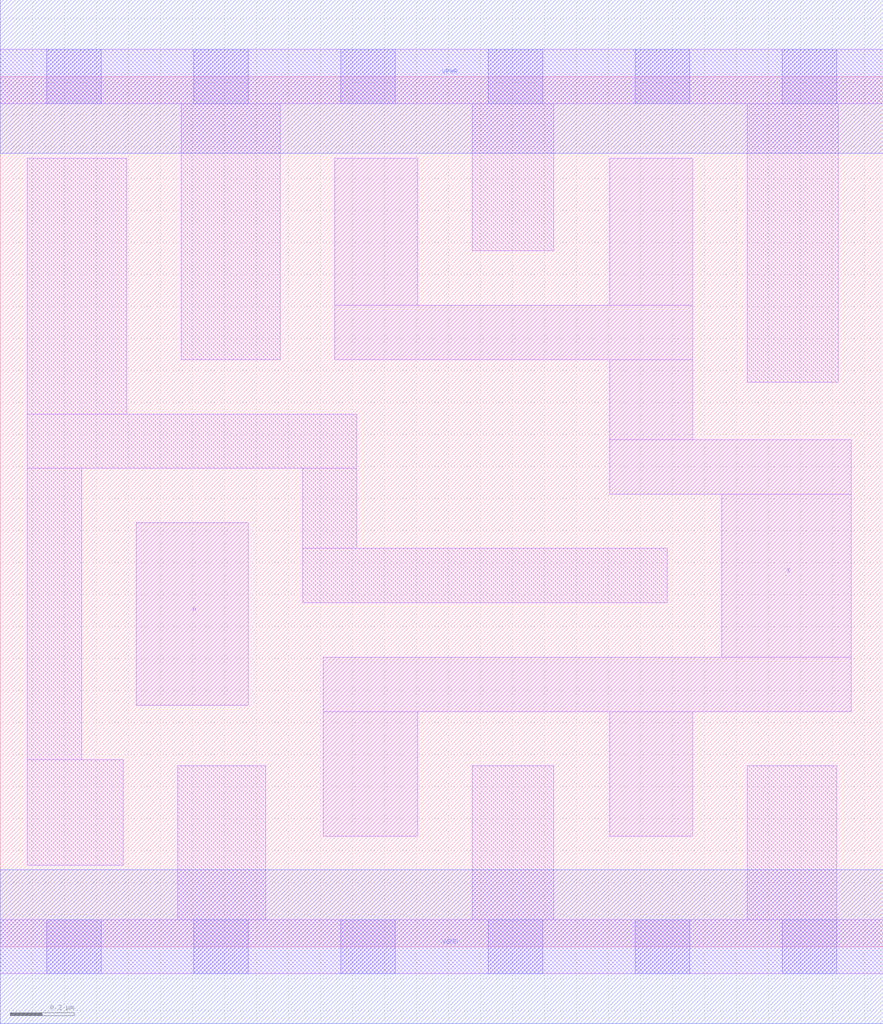
<source format=lef>
# Copyright 2020 The SkyWater PDK Authors
#
# Licensed under the Apache License, Version 2.0 (the "License");
# you may not use this file except in compliance with the License.
# You may obtain a copy of the License at
#
#     https://www.apache.org/licenses/LICENSE-2.0
#
# Unless required by applicable law or agreed to in writing, software
# distributed under the License is distributed on an "AS IS" BASIS,
# WITHOUT WARRANTIES OR CONDITIONS OF ANY KIND, either express or implied.
# See the License for the specific language governing permissions and
# limitations under the License.
#
# SPDX-License-Identifier: Apache-2.0

VERSION 5.7 ;
  NAMESCASESENSITIVE ON ;
  NOWIREEXTENSIONATPIN ON ;
  DIVIDERCHAR "/" ;
  BUSBITCHARS "[]" ;
UNITS
  DATABASE MICRONS 200 ;
END UNITS
MACRO sky130_fd_sc_hd__clkbuf_4
  CLASS CORE ;
  SOURCE USER ;
  FOREIGN sky130_fd_sc_hd__clkbuf_4 ;
  ORIGIN  0.000000  0.000000 ;
  SIZE  2.760000 BY  2.720000 ;
  SYMMETRY X Y R90 ;
  SITE unithd ;
  PIN A
    ANTENNAGATEAREA  0.213000 ;
    DIRECTION INPUT ;
    USE SIGNAL ;
    PORT
      LAYER li1 ;
        RECT 0.425000 0.755000 0.775000 1.325000 ;
    END
  END A
  PIN X
    ANTENNADIFFAREA  0.795200 ;
    DIRECTION OUTPUT ;
    USE SIGNAL ;
    PORT
      LAYER li1 ;
        RECT 1.010000 0.345000 1.305000 0.735000 ;
        RECT 1.010000 0.735000 2.660000 0.905000 ;
        RECT 1.045000 1.835000 2.165000 2.005000 ;
        RECT 1.045000 2.005000 1.305000 2.465000 ;
        RECT 1.905000 0.345000 2.165000 0.735000 ;
        RECT 1.905000 1.415000 2.660000 1.585000 ;
        RECT 1.905000 1.585000 2.165000 1.835000 ;
        RECT 1.905000 2.005000 2.165000 2.465000 ;
        RECT 2.255000 0.905000 2.660000 1.415000 ;
    END
  END X
  PIN VGND
    DIRECTION INOUT ;
    SHAPE ABUTMENT ;
    USE GROUND ;
    PORT
      LAYER met1 ;
        RECT 0.000000 -0.240000 2.760000 0.240000 ;
    END
  END VGND
  PIN VPWR
    DIRECTION INOUT ;
    SHAPE ABUTMENT ;
    USE POWER ;
    PORT
      LAYER met1 ;
        RECT 0.000000 2.480000 2.760000 2.960000 ;
    END
  END VPWR
  OBS
    LAYER li1 ;
      RECT 0.000000 -0.085000 2.760000 0.085000 ;
      RECT 0.000000  2.635000 2.760000 2.805000 ;
      RECT 0.085000  0.255000 0.385000 0.585000 ;
      RECT 0.085000  0.585000 0.255000 1.495000 ;
      RECT 0.085000  1.495000 1.115000 1.665000 ;
      RECT 0.085000  1.665000 0.395000 2.465000 ;
      RECT 0.555000  0.085000 0.830000 0.565000 ;
      RECT 0.565000  1.835000 0.875000 2.635000 ;
      RECT 0.945000  1.075000 2.085000 1.245000 ;
      RECT 0.945000  1.245000 1.115000 1.495000 ;
      RECT 1.475000  0.085000 1.730000 0.565000 ;
      RECT 1.475000  2.175000 1.730000 2.635000 ;
      RECT 2.335000  0.085000 2.615000 0.565000 ;
      RECT 2.335000  1.765000 2.620000 2.635000 ;
    LAYER mcon ;
      RECT 0.145000 -0.085000 0.315000 0.085000 ;
      RECT 0.145000  2.635000 0.315000 2.805000 ;
      RECT 0.605000 -0.085000 0.775000 0.085000 ;
      RECT 0.605000  2.635000 0.775000 2.805000 ;
      RECT 1.065000 -0.085000 1.235000 0.085000 ;
      RECT 1.065000  2.635000 1.235000 2.805000 ;
      RECT 1.525000 -0.085000 1.695000 0.085000 ;
      RECT 1.525000  2.635000 1.695000 2.805000 ;
      RECT 1.985000 -0.085000 2.155000 0.085000 ;
      RECT 1.985000  2.635000 2.155000 2.805000 ;
      RECT 2.445000 -0.085000 2.615000 0.085000 ;
      RECT 2.445000  2.635000 2.615000 2.805000 ;
  END
END sky130_fd_sc_hd__clkbuf_4

</source>
